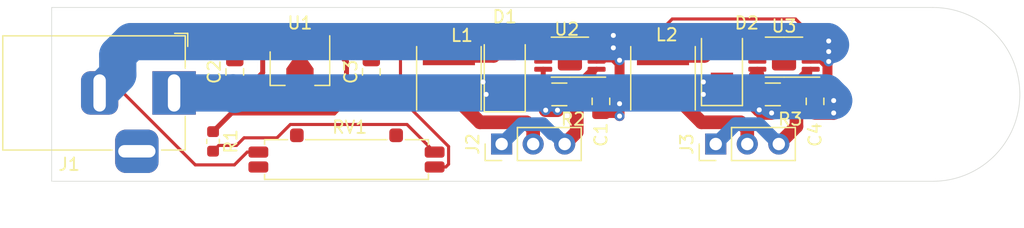
<source format=kicad_pcb>
(kicad_pcb (version 20171130) (host pcbnew 5.1.4-e60b266~84~ubuntu18.04.1)

  (general
    (thickness 1.6)
    (drawings 4)
    (tracks 190)
    (zones 0)
    (modules 19)
    (nets 12)
  )

  (page A4)
  (layers
    (0 F.Cu signal)
    (31 B.Cu signal)
    (32 B.Adhes user)
    (33 F.Adhes user)
    (34 B.Paste user)
    (35 F.Paste user)
    (36 B.SilkS user)
    (37 F.SilkS user)
    (38 B.Mask user)
    (39 F.Mask user)
    (40 Dwgs.User user)
    (41 Cmts.User user)
    (42 Eco1.User user)
    (43 Eco2.User user)
    (44 Edge.Cuts user)
    (45 Margin user)
    (46 B.CrtYd user)
    (47 F.CrtYd user)
    (48 B.Fab user)
    (49 F.Fab user)
  )

  (setup
    (last_trace_width 0.8)
    (user_trace_width 0.4)
    (user_trace_width 0.8)
    (user_trace_width 1.1)
    (user_trace_width 3)
    (trace_clearance 0.2)
    (zone_clearance 0.508)
    (zone_45_only no)
    (trace_min 0.2)
    (via_size 0.8)
    (via_drill 0.4)
    (via_min_size 0.4)
    (via_min_drill 0.3)
    (uvia_size 0.3)
    (uvia_drill 0.1)
    (uvias_allowed no)
    (uvia_min_size 0.2)
    (uvia_min_drill 0.1)
    (edge_width 0.05)
    (segment_width 0.2)
    (pcb_text_width 0.3)
    (pcb_text_size 1.5 1.5)
    (mod_edge_width 0.12)
    (mod_text_size 1 1)
    (mod_text_width 0.15)
    (pad_size 1.524 1.524)
    (pad_drill 0.762)
    (pad_to_mask_clearance 0.051)
    (solder_mask_min_width 0.25)
    (aux_axis_origin 0 0)
    (visible_elements FFFFFF7F)
    (pcbplotparams
      (layerselection 0x010fc_ffffffff)
      (usegerberextensions false)
      (usegerberattributes false)
      (usegerberadvancedattributes false)
      (creategerberjobfile false)
      (excludeedgelayer true)
      (linewidth 0.100000)
      (plotframeref false)
      (viasonmask false)
      (mode 1)
      (useauxorigin false)
      (hpglpennumber 1)
      (hpglpenspeed 20)
      (hpglpendiameter 15.000000)
      (psnegative false)
      (psa4output false)
      (plotreference true)
      (plotvalue true)
      (plotinvisibletext false)
      (padsonsilk false)
      (subtractmaskfromsilk false)
      (outputformat 1)
      (mirror false)
      (drillshape 1)
      (scaleselection 1)
      (outputdirectory ""))
  )

  (net 0 "")
  (net 1 GND)
  (net 2 "Net-(C1-Pad1)")
  (net 3 "Net-(C3-Pad1)")
  (net 4 "Net-(D1-Pad2)")
  (net 5 "Net-(D2-Pad2)")
  (net 6 "Net-(J2-Pad1)")
  (net 7 "Net-(J2-Pad2)")
  (net 8 "Net-(J3-Pad1)")
  (net 9 "Net-(J3-Pad2)")
  (net 10 "Net-(R1-Pad2)")
  (net 11 "Net-(RV1-Pad2)")

  (net_class Default "This is the default net class."
    (clearance 0.2)
    (trace_width 0.25)
    (via_dia 0.8)
    (via_drill 0.4)
    (uvia_dia 0.3)
    (uvia_drill 0.1)
    (add_net GND)
    (add_net "Net-(C1-Pad1)")
    (add_net "Net-(C3-Pad1)")
    (add_net "Net-(D1-Pad2)")
    (add_net "Net-(D2-Pad2)")
    (add_net "Net-(J2-Pad1)")
    (add_net "Net-(J2-Pad2)")
    (add_net "Net-(J3-Pad1)")
    (add_net "Net-(J3-Pad2)")
    (add_net "Net-(R1-Pad2)")
    (add_net "Net-(RV1-Pad2)")
  )

  (module Package_SO:MSOP-8-1EP_3x3mm_P0.65mm_EP1.95x2.15mm (layer F.Cu) (tedit 5C58BD28) (tstamp 5DDC1A37)
    (at 181.75 92 180)
    (descr "MSOP, 8 Pin (http://www.st.com/resource/en/datasheet/pm8834.pdf), generated with kicad-footprint-generator ipc_gullwing_generator.py")
    (tags "MSOP SO")
    (path /5DDDA085)
    (attr smd)
    (fp_text reference U2 (at 0.25 2.25) (layer F.SilkS)
      (effects (font (size 1 1) (thickness 0.15)))
    )
    (fp_text value AL8860MP-13 (at 0 2.45) (layer F.Fab)
      (effects (font (size 1 1) (thickness 0.15)))
    )
    (fp_text user %R (at 0 0) (layer F.Fab)
      (effects (font (size 0.75 0.75) (thickness 0.11)))
    )
    (fp_line (start 3.12 -1.75) (end -3.12 -1.75) (layer F.CrtYd) (width 0.05))
    (fp_line (start 3.12 1.75) (end 3.12 -1.75) (layer F.CrtYd) (width 0.05))
    (fp_line (start -3.12 1.75) (end 3.12 1.75) (layer F.CrtYd) (width 0.05))
    (fp_line (start -3.12 -1.75) (end -3.12 1.75) (layer F.CrtYd) (width 0.05))
    (fp_line (start -1.5 -0.75) (end -0.75 -1.5) (layer F.Fab) (width 0.1))
    (fp_line (start -1.5 1.5) (end -1.5 -0.75) (layer F.Fab) (width 0.1))
    (fp_line (start 1.5 1.5) (end -1.5 1.5) (layer F.Fab) (width 0.1))
    (fp_line (start 1.5 -1.5) (end 1.5 1.5) (layer F.Fab) (width 0.1))
    (fp_line (start -0.75 -1.5) (end 1.5 -1.5) (layer F.Fab) (width 0.1))
    (fp_line (start 0 -1.61) (end -2.875 -1.61) (layer F.SilkS) (width 0.12))
    (fp_line (start 0 -1.61) (end 1.5 -1.61) (layer F.SilkS) (width 0.12))
    (fp_line (start 0 1.61) (end -1.5 1.61) (layer F.SilkS) (width 0.12))
    (fp_line (start 0 1.61) (end 1.5 1.61) (layer F.SilkS) (width 0.12))
    (pad 8 smd roundrect (at 2.15 -0.975 180) (size 1.45 0.4) (layers F.Cu F.Paste F.Mask) (roundrect_rratio 0.25)
      (net 2 "Net-(C1-Pad1)"))
    (pad 7 smd roundrect (at 2.15 -0.325 180) (size 1.45 0.4) (layers F.Cu F.Paste F.Mask) (roundrect_rratio 0.25))
    (pad 6 smd roundrect (at 2.15 0.325 180) (size 1.45 0.4) (layers F.Cu F.Paste F.Mask) (roundrect_rratio 0.25)
      (net 4 "Net-(D1-Pad2)"))
    (pad 5 smd roundrect (at 2.15 0.975 180) (size 1.45 0.4) (layers F.Cu F.Paste F.Mask) (roundrect_rratio 0.25)
      (net 4 "Net-(D1-Pad2)"))
    (pad 4 smd roundrect (at -2.15 0.975 180) (size 1.45 0.4) (layers F.Cu F.Paste F.Mask) (roundrect_rratio 0.25)
      (net 11 "Net-(RV1-Pad2)"))
    (pad 3 smd roundrect (at -2.15 0.325 180) (size 1.45 0.4) (layers F.Cu F.Paste F.Mask) (roundrect_rratio 0.25)
      (net 1 GND))
    (pad 2 smd roundrect (at -2.15 -0.325 180) (size 1.45 0.4) (layers F.Cu F.Paste F.Mask) (roundrect_rratio 0.25)
      (net 1 GND))
    (pad 1 smd roundrect (at -2.15 -0.975 180) (size 1.45 0.4) (layers F.Cu F.Paste F.Mask) (roundrect_rratio 0.25)
      (net 6 "Net-(J2-Pad1)"))
    (pad "" smd roundrect (at 0.49 0.54 180) (size 0.79 0.87) (layers F.Paste) (roundrect_rratio 0.25))
    (pad "" smd roundrect (at 0.49 -0.54 180) (size 0.79 0.87) (layers F.Paste) (roundrect_rratio 0.25))
    (pad "" smd roundrect (at -0.49 0.54 180) (size 0.79 0.87) (layers F.Paste) (roundrect_rratio 0.25))
    (pad "" smd roundrect (at -0.49 -0.54 180) (size 0.79 0.87) (layers F.Paste) (roundrect_rratio 0.25))
    (pad 9 smd roundrect (at 0 0 180) (size 1.95 2.15) (layers F.Cu F.Mask) (roundrect_rratio 0.128205)
      (net 1 GND))
    (model ${KISYS3DMOD}/Package_SO.3dshapes/MSOP-8-1EP_3x3mm_P0.65mm_EP1.95x2.15mm.wrl
      (at (xyz 0 0 0))
      (scale (xyz 1 1 1))
      (rotate (xyz 0 0 0))
    )
  )

  (module Package_SO:MSOP-8-1EP_3x3mm_P0.65mm_EP1.95x2.15mm (layer F.Cu) (tedit 5C58BD28) (tstamp 5DDC3036)
    (at 199 92 180)
    (descr "MSOP, 8 Pin (http://www.st.com/resource/en/datasheet/pm8834.pdf), generated with kicad-footprint-generator ipc_gullwing_generator.py")
    (tags "MSOP SO")
    (path /5DDD9F63)
    (attr smd)
    (fp_text reference U3 (at 0 2.5) (layer F.SilkS)
      (effects (font (size 1 1) (thickness 0.15)))
    )
    (fp_text value AL8860MP-13 (at 0 2.45) (layer F.Fab)
      (effects (font (size 1 1) (thickness 0.15)))
    )
    (fp_text user %R (at 0 0 90) (layer F.Fab)
      (effects (font (size 0.75 0.75) (thickness 0.11)))
    )
    (fp_line (start 3.12 -1.75) (end -3.12 -1.75) (layer F.CrtYd) (width 0.05))
    (fp_line (start 3.12 1.75) (end 3.12 -1.75) (layer F.CrtYd) (width 0.05))
    (fp_line (start -3.12 1.75) (end 3.12 1.75) (layer F.CrtYd) (width 0.05))
    (fp_line (start -3.12 -1.75) (end -3.12 1.75) (layer F.CrtYd) (width 0.05))
    (fp_line (start -1.5 -0.75) (end -0.75 -1.5) (layer F.Fab) (width 0.1))
    (fp_line (start -1.5 1.5) (end -1.5 -0.75) (layer F.Fab) (width 0.1))
    (fp_line (start 1.5 1.5) (end -1.5 1.5) (layer F.Fab) (width 0.1))
    (fp_line (start 1.5 -1.5) (end 1.5 1.5) (layer F.Fab) (width 0.1))
    (fp_line (start -0.75 -1.5) (end 1.5 -1.5) (layer F.Fab) (width 0.1))
    (fp_line (start 0 -1.61) (end -2.875 -1.61) (layer F.SilkS) (width 0.12))
    (fp_line (start 0 -1.61) (end 1.5 -1.61) (layer F.SilkS) (width 0.12))
    (fp_line (start 0 1.61) (end -1.5 1.61) (layer F.SilkS) (width 0.12))
    (fp_line (start 0 1.61) (end 1.5 1.61) (layer F.SilkS) (width 0.12))
    (pad 8 smd roundrect (at 2.15 -0.975 180) (size 1.45 0.4) (layers F.Cu F.Paste F.Mask) (roundrect_rratio 0.25)
      (net 2 "Net-(C1-Pad1)"))
    (pad 7 smd roundrect (at 2.15 -0.325 180) (size 1.45 0.4) (layers F.Cu F.Paste F.Mask) (roundrect_rratio 0.25))
    (pad 6 smd roundrect (at 2.15 0.325 180) (size 1.45 0.4) (layers F.Cu F.Paste F.Mask) (roundrect_rratio 0.25)
      (net 5 "Net-(D2-Pad2)"))
    (pad 5 smd roundrect (at 2.15 0.975 180) (size 1.45 0.4) (layers F.Cu F.Paste F.Mask) (roundrect_rratio 0.25)
      (net 5 "Net-(D2-Pad2)"))
    (pad 4 smd roundrect (at -2.15 0.975 180) (size 1.45 0.4) (layers F.Cu F.Paste F.Mask) (roundrect_rratio 0.25)
      (net 11 "Net-(RV1-Pad2)"))
    (pad 3 smd roundrect (at -2.15 0.325 180) (size 1.45 0.4) (layers F.Cu F.Paste F.Mask) (roundrect_rratio 0.25)
      (net 1 GND))
    (pad 2 smd roundrect (at -2.15 -0.325 180) (size 1.45 0.4) (layers F.Cu F.Paste F.Mask) (roundrect_rratio 0.25)
      (net 1 GND))
    (pad 1 smd roundrect (at -2.15 -0.975 180) (size 1.45 0.4) (layers F.Cu F.Paste F.Mask) (roundrect_rratio 0.25)
      (net 8 "Net-(J3-Pad1)"))
    (pad "" smd roundrect (at 0.49 0.54 180) (size 0.79 0.87) (layers F.Paste) (roundrect_rratio 0.25))
    (pad "" smd roundrect (at 0.49 -0.54 180) (size 0.79 0.87) (layers F.Paste) (roundrect_rratio 0.25))
    (pad "" smd roundrect (at -0.49 0.54 180) (size 0.79 0.87) (layers F.Paste) (roundrect_rratio 0.25))
    (pad "" smd roundrect (at -0.49 -0.54 180) (size 0.79 0.87) (layers F.Paste) (roundrect_rratio 0.25))
    (pad 9 smd roundrect (at 0 0 180) (size 1.95 2.15) (layers F.Cu F.Mask) (roundrect_rratio 0.128205)
      (net 1 GND))
    (model ${KISYS3DMOD}/Package_SO.3dshapes/MSOP-8-1EP_3x3mm_P0.65mm_EP1.95x2.15mm.wrl
      (at (xyz 0 0 0))
      (scale (xyz 1 1 1))
      (rotate (xyz 0 0 0))
    )
  )

  (module Package_TO_SOT_SMD:SOT-89-3 (layer F.Cu) (tedit 5A02FF57) (tstamp 5DDAF02A)
    (at 160 92.5 270)
    (descr SOT-89-3)
    (tags SOT-89-3)
    (path /5DDCF72B)
    (attr smd)
    (fp_text reference U1 (at -3.25 0 180) (layer F.SilkS)
      (effects (font (size 1 1) (thickness 0.15)))
    )
    (fp_text value L78L33_SOT89 (at 0.45 3.25 90) (layer F.Fab)
      (effects (font (size 1 1) (thickness 0.15)))
    )
    (fp_line (start -2.48 2.55) (end -2.48 -2.55) (layer F.CrtYd) (width 0.05))
    (fp_line (start -2.48 2.55) (end 3.23 2.55) (layer F.CrtYd) (width 0.05))
    (fp_line (start 3.23 -2.55) (end -2.48 -2.55) (layer F.CrtYd) (width 0.05))
    (fp_line (start 3.23 -2.55) (end 3.23 2.55) (layer F.CrtYd) (width 0.05))
    (fp_line (start -0.13 -2.3) (end 1.68 -2.3) (layer F.Fab) (width 0.1))
    (fp_line (start -0.92 2.3) (end -0.92 -1.51) (layer F.Fab) (width 0.1))
    (fp_line (start 1.68 2.3) (end -0.92 2.3) (layer F.Fab) (width 0.1))
    (fp_line (start 1.68 -2.3) (end 1.68 2.3) (layer F.Fab) (width 0.1))
    (fp_line (start -0.92 -1.51) (end -0.13 -2.3) (layer F.Fab) (width 0.1))
    (fp_line (start 1.78 -2.4) (end 1.78 -1.2) (layer F.SilkS) (width 0.12))
    (fp_line (start -2.22 -2.4) (end 1.78 -2.4) (layer F.SilkS) (width 0.12))
    (fp_line (start 1.78 2.4) (end -0.92 2.4) (layer F.SilkS) (width 0.12))
    (fp_line (start 1.78 1.2) (end 1.78 2.4) (layer F.SilkS) (width 0.12))
    (fp_text user %R (at 0.38 0) (layer F.Fab)
      (effects (font (size 0.6 0.6) (thickness 0.09)))
    )
    (pad 2 smd trapezoid (at -0.0762 0) (size 1.5 1) (rect_delta 0 0.7 ) (layers F.Cu F.Paste F.Mask)
      (net 1 GND))
    (pad 2 smd rect (at 1.3335 0 180) (size 2.2 1.84) (layers F.Cu F.Paste F.Mask)
      (net 1 GND))
    (pad 3 smd rect (at -1.48 1.5 180) (size 1 1.5) (layers F.Cu F.Paste F.Mask)
      (net 2 "Net-(C1-Pad1)"))
    (pad 2 smd rect (at -1.3335 0 180) (size 1 1.8) (layers F.Cu F.Paste F.Mask)
      (net 1 GND))
    (pad 1 smd rect (at -1.48 -1.5 180) (size 1 1.5) (layers F.Cu F.Paste F.Mask)
      (net 3 "Net-(C3-Pad1)"))
    (pad 2 smd trapezoid (at 2.667 0 180) (size 1.6 0.85) (rect_delta 0 0.6 ) (layers F.Cu F.Paste F.Mask)
      (net 1 GND))
    (model ${KISYS3DMOD}/Package_TO_SOT_SMD.3dshapes/SOT-89-3.wrl
      (at (xyz 0 0 0))
      (scale (xyz 1 1 1))
      (rotate (xyz 0 0 0))
    )
  )

  (module Inductor_SMD:L_Taiyo-Yuden_MD-5050 (layer F.Cu) (tedit 5990349C) (tstamp 5DDC30B2)
    (at 189.25 93.7 90)
    (descr "Inductor, Taiyo Yuden, MD series, Taiyo-Yuden_MD-5050, 5.0mmx5.0mm")
    (tags "inductor taiyo-yuden md smd")
    (path /5DDA2AAD)
    (attr smd)
    (fp_text reference L2 (at 3.5 0.3 180) (layer F.SilkS)
      (effects (font (size 1 1) (thickness 0.15)))
    )
    (fp_text value L (at 0 4.45 90) (layer F.Fab)
      (effects (font (size 1 1) (thickness 0.15)))
    )
    (fp_line (start 2.8 -2.75) (end -2.8 -2.75) (layer F.CrtYd) (width 0.05))
    (fp_line (start 2.8 2.75) (end 2.8 -2.75) (layer F.CrtYd) (width 0.05))
    (fp_line (start -2.8 2.75) (end 2.8 2.75) (layer F.CrtYd) (width 0.05))
    (fp_line (start -2.8 -2.75) (end -2.8 2.75) (layer F.CrtYd) (width 0.05))
    (fp_line (start -2.55 2.6) (end 2.55 2.6) (layer F.SilkS) (width 0.12))
    (fp_line (start -2.55 -2.6) (end 2.55 -2.6) (layer F.SilkS) (width 0.12))
    (fp_line (start 2.5 -2.5) (end -2.5 -2.5) (layer F.Fab) (width 0.1))
    (fp_line (start 2.5 2.5) (end 2.5 -2.5) (layer F.Fab) (width 0.1))
    (fp_line (start -2.5 2.5) (end 2.5 2.5) (layer F.Fab) (width 0.1))
    (fp_line (start -2.5 -2.5) (end -2.5 2.5) (layer F.Fab) (width 0.1))
    (fp_text user %R (at 0 0 90) (layer F.Fab)
      (effects (font (size 1 1) (thickness 0.15)))
    )
    (pad 2 smd rect (at 1.8 0 90) (size 1.5 4.2) (layers F.Cu F.Paste F.Mask)
      (net 5 "Net-(D2-Pad2)"))
    (pad 1 smd rect (at -1.8 0 90) (size 1.5 4.2) (layers F.Cu F.Paste F.Mask)
      (net 9 "Net-(J3-Pad2)"))
    (model ${KISYS3DMOD}/Inductor_SMD.3dshapes/L_Taiyo-Yuden_MD-5050.wrl
      (at (xyz 0 0 0))
      (scale (xyz 1 1 1))
      (rotate (xyz 0 0 0))
    )
  )

  (module Inductor_SMD:L_Taiyo-Yuden_MD-5050 (layer F.Cu) (tedit 5990349C) (tstamp 5DDC1F37)
    (at 172 93.7 90)
    (descr "Inductor, Taiyo Yuden, MD series, Taiyo-Yuden_MD-5050, 5.0mmx5.0mm")
    (tags "inductor taiyo-yuden md smd")
    (path /5DD9ACFF)
    (attr smd)
    (fp_text reference L1 (at 3.45 1.05 180) (layer F.SilkS)
      (effects (font (size 1 1) (thickness 0.15)))
    )
    (fp_text value L (at 0 4.45 90) (layer F.Fab)
      (effects (font (size 1 1) (thickness 0.15)))
    )
    (fp_line (start 2.8 -2.75) (end -2.8 -2.75) (layer F.CrtYd) (width 0.05))
    (fp_line (start 2.8 2.75) (end 2.8 -2.75) (layer F.CrtYd) (width 0.05))
    (fp_line (start -2.8 2.75) (end 2.8 2.75) (layer F.CrtYd) (width 0.05))
    (fp_line (start -2.8 -2.75) (end -2.8 2.75) (layer F.CrtYd) (width 0.05))
    (fp_line (start -2.55 2.6) (end 2.55 2.6) (layer F.SilkS) (width 0.12))
    (fp_line (start -2.55 -2.6) (end 2.55 -2.6) (layer F.SilkS) (width 0.12))
    (fp_line (start 2.5 -2.5) (end -2.5 -2.5) (layer F.Fab) (width 0.1))
    (fp_line (start 2.5 2.5) (end 2.5 -2.5) (layer F.Fab) (width 0.1))
    (fp_line (start -2.5 2.5) (end 2.5 2.5) (layer F.Fab) (width 0.1))
    (fp_line (start -2.5 -2.5) (end -2.5 2.5) (layer F.Fab) (width 0.1))
    (fp_text user %R (at 0 0 90) (layer F.Fab)
      (effects (font (size 1 1) (thickness 0.15)))
    )
    (pad 2 smd rect (at 1.8 0 90) (size 1.5 4.2) (layers F.Cu F.Paste F.Mask)
      (net 4 "Net-(D1-Pad2)"))
    (pad 1 smd rect (at -1.8 0 90) (size 1.5 4.2) (layers F.Cu F.Paste F.Mask)
      (net 7 "Net-(J2-Pad2)"))
    (model ${KISYS3DMOD}/Inductor_SMD.3dshapes/L_Taiyo-Yuden_MD-5050.wrl
      (at (xyz 0 0 0))
      (scale (xyz 1 1 1))
      (rotate (xyz 0 0 0))
    )
  )

  (module Capacitor_SMD:C_0805_2012Metric (layer F.Cu) (tedit 5B36C52B) (tstamp 5DD9DF21)
    (at 154.75 93.1875 90)
    (descr "Capacitor SMD 0805 (2012 Metric), square (rectangular) end terminal, IPC_7351 nominal, (Body size source: https://docs.google.com/spreadsheets/d/1BsfQQcO9C6DZCsRaXUlFlo91Tg2WpOkGARC1WS5S8t0/edit?usp=sharing), generated with kicad-footprint-generator")
    (tags capacitor)
    (path /5DD9EF5F)
    (attr smd)
    (fp_text reference C2 (at 0 -1.65 90) (layer F.SilkS)
      (effects (font (size 1 1) (thickness 0.15)))
    )
    (fp_text value C (at 0 1.65 90) (layer F.Fab)
      (effects (font (size 1 1) (thickness 0.15)))
    )
    (fp_text user %R (at 0 0 90) (layer F.Fab)
      (effects (font (size 0.5 0.5) (thickness 0.08)))
    )
    (fp_line (start 1.68 0.95) (end -1.68 0.95) (layer F.CrtYd) (width 0.05))
    (fp_line (start 1.68 -0.95) (end 1.68 0.95) (layer F.CrtYd) (width 0.05))
    (fp_line (start -1.68 -0.95) (end 1.68 -0.95) (layer F.CrtYd) (width 0.05))
    (fp_line (start -1.68 0.95) (end -1.68 -0.95) (layer F.CrtYd) (width 0.05))
    (fp_line (start -0.258578 0.71) (end 0.258578 0.71) (layer F.SilkS) (width 0.12))
    (fp_line (start -0.258578 -0.71) (end 0.258578 -0.71) (layer F.SilkS) (width 0.12))
    (fp_line (start 1 0.6) (end -1 0.6) (layer F.Fab) (width 0.1))
    (fp_line (start 1 -0.6) (end 1 0.6) (layer F.Fab) (width 0.1))
    (fp_line (start -1 -0.6) (end 1 -0.6) (layer F.Fab) (width 0.1))
    (fp_line (start -1 0.6) (end -1 -0.6) (layer F.Fab) (width 0.1))
    (pad 2 smd roundrect (at 0.9375 0 90) (size 0.975 1.4) (layers F.Cu F.Paste F.Mask) (roundrect_rratio 0.25)
      (net 1 GND))
    (pad 1 smd roundrect (at -0.9375 0 90) (size 0.975 1.4) (layers F.Cu F.Paste F.Mask) (roundrect_rratio 0.25)
      (net 2 "Net-(C1-Pad1)"))
    (model ${KISYS3DMOD}/Capacitor_SMD.3dshapes/C_0805_2012Metric.wrl
      (at (xyz 0 0 0))
      (scale (xyz 1 1 1))
      (rotate (xyz 0 0 0))
    )
  )

  (module MountingHole:MountingHole_5mm (layer F.Cu) (tedit 56D1B4CB) (tstamp 5DD9C6E1)
    (at 211 95)
    (descr "Mounting Hole 5mm, no annular")
    (tags "mounting hole 5mm no annular")
    (attr virtual)
    (fp_text reference REF** (at 0 -6) (layer F.SilkS) hide
      (effects (font (size 1 1) (thickness 0.15)))
    )
    (fp_text value MountingHole_5mm (at 0 6) (layer F.Fab)
      (effects (font (size 1 1) (thickness 0.15)))
    )
    (fp_circle (center 0 0) (end 5.25 0) (layer F.CrtYd) (width 0.05))
    (fp_circle (center 0 0) (end 5 0) (layer Cmts.User) (width 0.15))
    (fp_text user %R (at 0.3 0) (layer F.Fab)
      (effects (font (size 1 1) (thickness 0.15)))
    )
    (pad 1 np_thru_hole circle (at 0 0) (size 5 5) (drill 5) (layers *.Cu *.Mask))
  )

  (module Capacitor_SMD:C_0805_2012Metric (layer F.Cu) (tedit 5B36C52B) (tstamp 5DDC2682)
    (at 184.25 95.5625 90)
    (descr "Capacitor SMD 0805 (2012 Metric), square (rectangular) end terminal, IPC_7351 nominal, (Body size source: https://docs.google.com/spreadsheets/d/1BsfQQcO9C6DZCsRaXUlFlo91Tg2WpOkGARC1WS5S8t0/edit?usp=sharing), generated with kicad-footprint-generator")
    (tags capacitor)
    (path /5DD9F4FB)
    (attr smd)
    (fp_text reference C1 (at -2.6875 0 90) (layer F.SilkS)
      (effects (font (size 1 1) (thickness 0.15)))
    )
    (fp_text value C (at 0 1.65 90) (layer F.Fab)
      (effects (font (size 1 1) (thickness 0.15)))
    )
    (fp_text user %R (at 0 0 90) (layer F.Fab)
      (effects (font (size 0.5 0.5) (thickness 0.08)))
    )
    (fp_line (start 1.68 0.95) (end -1.68 0.95) (layer F.CrtYd) (width 0.05))
    (fp_line (start 1.68 -0.95) (end 1.68 0.95) (layer F.CrtYd) (width 0.05))
    (fp_line (start -1.68 -0.95) (end 1.68 -0.95) (layer F.CrtYd) (width 0.05))
    (fp_line (start -1.68 0.95) (end -1.68 -0.95) (layer F.CrtYd) (width 0.05))
    (fp_line (start -0.258578 0.71) (end 0.258578 0.71) (layer F.SilkS) (width 0.12))
    (fp_line (start -0.258578 -0.71) (end 0.258578 -0.71) (layer F.SilkS) (width 0.12))
    (fp_line (start 1 0.6) (end -1 0.6) (layer F.Fab) (width 0.1))
    (fp_line (start 1 -0.6) (end 1 0.6) (layer F.Fab) (width 0.1))
    (fp_line (start -1 -0.6) (end 1 -0.6) (layer F.Fab) (width 0.1))
    (fp_line (start -1 0.6) (end -1 -0.6) (layer F.Fab) (width 0.1))
    (pad 2 smd roundrect (at 0.9375 0 90) (size 0.975 1.4) (layers F.Cu F.Paste F.Mask) (roundrect_rratio 0.25)
      (net 1 GND))
    (pad 1 smd roundrect (at -0.9375 0 90) (size 0.975 1.4) (layers F.Cu F.Paste F.Mask) (roundrect_rratio 0.25)
      (net 2 "Net-(C1-Pad1)"))
    (model ${KISYS3DMOD}/Capacitor_SMD.3dshapes/C_0805_2012Metric.wrl
      (at (xyz 0 0 0))
      (scale (xyz 1 1 1))
      (rotate (xyz 0 0 0))
    )
  )

  (module Capacitor_SMD:C_0805_2012Metric (layer F.Cu) (tedit 5B36C52B) (tstamp 5DDC3082)
    (at 201.5 95.5625 90)
    (descr "Capacitor SMD 0805 (2012 Metric), square (rectangular) end terminal, IPC_7351 nominal, (Body size source: https://docs.google.com/spreadsheets/d/1BsfQQcO9C6DZCsRaXUlFlo91Tg2WpOkGARC1WS5S8t0/edit?usp=sharing), generated with kicad-footprint-generator")
    (tags capacitor)
    (path /5DDB3C68)
    (attr smd)
    (fp_text reference C4 (at -2.6875 0 90) (layer F.SilkS)
      (effects (font (size 1 1) (thickness 0.15)))
    )
    (fp_text value C (at 0 1.65 90) (layer F.Fab)
      (effects (font (size 1 1) (thickness 0.15)))
    )
    (fp_text user %R (at 0 0 90) (layer F.Fab)
      (effects (font (size 0.5 0.5) (thickness 0.08)))
    )
    (fp_line (start 1.68 0.95) (end -1.68 0.95) (layer F.CrtYd) (width 0.05))
    (fp_line (start 1.68 -0.95) (end 1.68 0.95) (layer F.CrtYd) (width 0.05))
    (fp_line (start -1.68 -0.95) (end 1.68 -0.95) (layer F.CrtYd) (width 0.05))
    (fp_line (start -1.68 0.95) (end -1.68 -0.95) (layer F.CrtYd) (width 0.05))
    (fp_line (start -0.258578 0.71) (end 0.258578 0.71) (layer F.SilkS) (width 0.12))
    (fp_line (start -0.258578 -0.71) (end 0.258578 -0.71) (layer F.SilkS) (width 0.12))
    (fp_line (start 1 0.6) (end -1 0.6) (layer F.Fab) (width 0.1))
    (fp_line (start 1 -0.6) (end 1 0.6) (layer F.Fab) (width 0.1))
    (fp_line (start -1 -0.6) (end 1 -0.6) (layer F.Fab) (width 0.1))
    (fp_line (start -1 0.6) (end -1 -0.6) (layer F.Fab) (width 0.1))
    (pad 2 smd roundrect (at 0.9375 0 90) (size 0.975 1.4) (layers F.Cu F.Paste F.Mask) (roundrect_rratio 0.25)
      (net 1 GND))
    (pad 1 smd roundrect (at -0.9375 0 90) (size 0.975 1.4) (layers F.Cu F.Paste F.Mask) (roundrect_rratio 0.25)
      (net 2 "Net-(C1-Pad1)"))
    (model ${KISYS3DMOD}/Capacitor_SMD.3dshapes/C_0805_2012Metric.wrl
      (at (xyz 0 0 0))
      (scale (xyz 1 1 1))
      (rotate (xyz 0 0 0))
    )
  )

  (module corelib:ALPS-RS08U (layer F.Cu) (tedit 5D18DFD7) (tstamp 5DD9A0E4)
    (at 163.75 100.25 180)
    (path /5DD9E0B1)
    (fp_text reference RV1 (at -0.25 2.6) (layer F.SilkS)
      (effects (font (size 1 1) (thickness 0.15)))
    )
    (fp_text value R_POT (at -0.4 -2.55) (layer F.Fab)
      (effects (font (size 1 1) (thickness 0.15)))
    )
    (fp_line (start -6.6 1.6) (end -6.6 1.2) (layer F.SilkS) (width 0.12))
    (fp_line (start -4.75 1.6) (end -6.6 1.6) (layer F.SilkS) (width 0.12))
    (fp_line (start 3.3 1.6) (end -3.25 1.6) (layer F.SilkS) (width 0.12))
    (fp_line (start 6.6 1.6) (end 4.75 1.6) (layer F.SilkS) (width 0.12))
    (fp_line (start 6.6 1.2) (end 6.6 1.6) (layer F.SilkS) (width 0.12))
    (fp_line (start 6.6 -1.6) (end 6.6 -1.2) (layer F.SilkS) (width 0.12))
    (fp_line (start -6.6 -1.6) (end 6.6 -1.6) (layer F.SilkS) (width 0.12))
    (fp_line (start -6.6 -1.15) (end -6.6 -1.6) (layer F.SilkS) (width 0.12))
    (pad "" smd roundrect (at 4 1.95 180) (size 1.1 1.1) (layers F.Cu F.Paste F.Mask) (roundrect_rratio 0.25))
    (pad "" smd roundrect (at -4 1.95 180) (size 1.1 1.1) (layers F.Cu F.Paste F.Mask) (roundrect_rratio 0.25))
    (pad "" smd roundrect (at 7.1 -0.6 180) (size 1.6 0.9) (layers F.Cu F.Paste F.Mask) (roundrect_rratio 0.25))
    (pad 3 smd roundrect (at 7.1 0.6 180) (size 1.6 0.9) (layers F.Cu F.Paste F.Mask) (roundrect_rratio 0.25)
      (net 1 GND))
    (pad 2 smd roundrect (at -7.1 -0.6 180) (size 1.6 0.9) (layers F.Cu F.Paste F.Mask) (roundrect_rratio 0.25)
      (net 11 "Net-(RV1-Pad2)"))
    (pad 1 smd roundrect (at -7.1 0.6 180) (size 1.6 0.9) (layers F.Cu F.Paste F.Mask) (roundrect_rratio 0.25)
      (net 10 "Net-(R1-Pad2)"))
    (pad "" np_thru_hole circle (at -4 0 180) (size 0.9 0.9) (drill 0.9) (layers *.Cu *.Mask))
    (pad "" np_thru_hole circle (at 0 0 180) (size 1.1 1.1) (drill 1.1) (layers *.Cu *.Mask))
  )

  (module Resistor_SMD:R_1206_3216Metric (layer F.Cu) (tedit 5B301BBD) (tstamp 5DDC3127)
    (at 198.1 95)
    (descr "Resistor SMD 1206 (3216 Metric), square (rectangular) end terminal, IPC_7351 nominal, (Body size source: http://www.tortai-tech.com/upload/download/2011102023233369053.pdf), generated with kicad-footprint-generator")
    (tags resistor)
    (path /5DDA260C)
    (attr smd)
    (fp_text reference R3 (at 1.4 2) (layer F.SilkS)
      (effects (font (size 1 1) (thickness 0.15)))
    )
    (fp_text value R (at 0 1.82) (layer F.Fab)
      (effects (font (size 1 1) (thickness 0.15)))
    )
    (fp_text user %R (at 0 0) (layer F.Fab)
      (effects (font (size 0.8 0.8) (thickness 0.12)))
    )
    (fp_line (start 2.28 1.12) (end -2.28 1.12) (layer F.CrtYd) (width 0.05))
    (fp_line (start 2.28 -1.12) (end 2.28 1.12) (layer F.CrtYd) (width 0.05))
    (fp_line (start -2.28 -1.12) (end 2.28 -1.12) (layer F.CrtYd) (width 0.05))
    (fp_line (start -2.28 1.12) (end -2.28 -1.12) (layer F.CrtYd) (width 0.05))
    (fp_line (start -0.602064 0.91) (end 0.602064 0.91) (layer F.SilkS) (width 0.12))
    (fp_line (start -0.602064 -0.91) (end 0.602064 -0.91) (layer F.SilkS) (width 0.12))
    (fp_line (start 1.6 0.8) (end -1.6 0.8) (layer F.Fab) (width 0.1))
    (fp_line (start 1.6 -0.8) (end 1.6 0.8) (layer F.Fab) (width 0.1))
    (fp_line (start -1.6 -0.8) (end 1.6 -0.8) (layer F.Fab) (width 0.1))
    (fp_line (start -1.6 0.8) (end -1.6 -0.8) (layer F.Fab) (width 0.1))
    (pad 2 smd roundrect (at 1.4 0) (size 1.25 1.75) (layers F.Cu F.Paste F.Mask) (roundrect_rratio 0.2)
      (net 8 "Net-(J3-Pad1)"))
    (pad 1 smd roundrect (at -1.4 0) (size 1.25 1.75) (layers F.Cu F.Paste F.Mask) (roundrect_rratio 0.2)
      (net 2 "Net-(C1-Pad1)"))
    (model ${KISYS3DMOD}/Resistor_SMD.3dshapes/R_1206_3216Metric.wrl
      (at (xyz 0 0 0))
      (scale (xyz 1 1 1))
      (rotate (xyz 0 0 0))
    )
  )

  (module Resistor_SMD:R_1206_3216Metric (layer F.Cu) (tedit 5B301BBD) (tstamp 5DDC197B)
    (at 180.9 95)
    (descr "Resistor SMD 1206 (3216 Metric), square (rectangular) end terminal, IPC_7351 nominal, (Body size source: http://www.tortai-tech.com/upload/download/2011102023233369053.pdf), generated with kicad-footprint-generator")
    (tags resistor)
    (path /5DD9946A)
    (attr smd)
    (fp_text reference R2 (at 1.1 2) (layer F.SilkS)
      (effects (font (size 1 1) (thickness 0.15)))
    )
    (fp_text value R (at 0 1.82) (layer F.Fab)
      (effects (font (size 1 1) (thickness 0.15)))
    )
    (fp_text user %R (at 0 0) (layer F.Fab)
      (effects (font (size 0.8 0.8) (thickness 0.12)))
    )
    (fp_line (start 2.28 1.12) (end -2.28 1.12) (layer F.CrtYd) (width 0.05))
    (fp_line (start 2.28 -1.12) (end 2.28 1.12) (layer F.CrtYd) (width 0.05))
    (fp_line (start -2.28 -1.12) (end 2.28 -1.12) (layer F.CrtYd) (width 0.05))
    (fp_line (start -2.28 1.12) (end -2.28 -1.12) (layer F.CrtYd) (width 0.05))
    (fp_line (start -0.602064 0.91) (end 0.602064 0.91) (layer F.SilkS) (width 0.12))
    (fp_line (start -0.602064 -0.91) (end 0.602064 -0.91) (layer F.SilkS) (width 0.12))
    (fp_line (start 1.6 0.8) (end -1.6 0.8) (layer F.Fab) (width 0.1))
    (fp_line (start 1.6 -0.8) (end 1.6 0.8) (layer F.Fab) (width 0.1))
    (fp_line (start -1.6 -0.8) (end 1.6 -0.8) (layer F.Fab) (width 0.1))
    (fp_line (start -1.6 0.8) (end -1.6 -0.8) (layer F.Fab) (width 0.1))
    (pad 2 smd roundrect (at 1.4 0) (size 1.25 1.75) (layers F.Cu F.Paste F.Mask) (roundrect_rratio 0.2)
      (net 6 "Net-(J2-Pad1)"))
    (pad 1 smd roundrect (at -1.4 0) (size 1.25 1.75) (layers F.Cu F.Paste F.Mask) (roundrect_rratio 0.2)
      (net 2 "Net-(C1-Pad1)"))
    (model ${KISYS3DMOD}/Resistor_SMD.3dshapes/R_1206_3216Metric.wrl
      (at (xyz 0 0 0))
      (scale (xyz 1 1 1))
      (rotate (xyz 0 0 0))
    )
  )

  (module Resistor_SMD:R_0603_1608Metric (layer F.Cu) (tedit 5B301BBD) (tstamp 5DD9DD1D)
    (at 153 98.7875 270)
    (descr "Resistor SMD 0603 (1608 Metric), square (rectangular) end terminal, IPC_7351 nominal, (Body size source: http://www.tortai-tech.com/upload/download/2011102023233369053.pdf), generated with kicad-footprint-generator")
    (tags resistor)
    (path /5DD9EAC7)
    (attr smd)
    (fp_text reference R1 (at 0 -1.43 90) (layer F.SilkS)
      (effects (font (size 1 1) (thickness 0.15)))
    )
    (fp_text value R (at 0 1.43 90) (layer F.Fab)
      (effects (font (size 1 1) (thickness 0.15)))
    )
    (fp_text user %R (at 0 0 90) (layer F.Fab)
      (effects (font (size 0.4 0.4) (thickness 0.06)))
    )
    (fp_line (start 1.48 0.73) (end -1.48 0.73) (layer F.CrtYd) (width 0.05))
    (fp_line (start 1.48 -0.73) (end 1.48 0.73) (layer F.CrtYd) (width 0.05))
    (fp_line (start -1.48 -0.73) (end 1.48 -0.73) (layer F.CrtYd) (width 0.05))
    (fp_line (start -1.48 0.73) (end -1.48 -0.73) (layer F.CrtYd) (width 0.05))
    (fp_line (start -0.162779 0.51) (end 0.162779 0.51) (layer F.SilkS) (width 0.12))
    (fp_line (start -0.162779 -0.51) (end 0.162779 -0.51) (layer F.SilkS) (width 0.12))
    (fp_line (start 0.8 0.4) (end -0.8 0.4) (layer F.Fab) (width 0.1))
    (fp_line (start 0.8 -0.4) (end 0.8 0.4) (layer F.Fab) (width 0.1))
    (fp_line (start -0.8 -0.4) (end 0.8 -0.4) (layer F.Fab) (width 0.1))
    (fp_line (start -0.8 0.4) (end -0.8 -0.4) (layer F.Fab) (width 0.1))
    (pad 2 smd roundrect (at 0.7875 0 270) (size 0.875 0.95) (layers F.Cu F.Paste F.Mask) (roundrect_rratio 0.25)
      (net 10 "Net-(R1-Pad2)"))
    (pad 1 smd roundrect (at -0.7875 0 270) (size 0.875 0.95) (layers F.Cu F.Paste F.Mask) (roundrect_rratio 0.25)
      (net 3 "Net-(C3-Pad1)"))
    (model ${KISYS3DMOD}/Resistor_SMD.3dshapes/R_0603_1608Metric.wrl
      (at (xyz 0 0 0))
      (scale (xyz 1 1 1))
      (rotate (xyz 0 0 0))
    )
  )

  (module Connector_PinHeader_2.54mm:PinHeader_1x03_P2.54mm_Vertical (layer F.Cu) (tedit 59FED5CC) (tstamp 5DDC315D)
    (at 193.5 99 90)
    (descr "Through hole straight pin header, 1x03, 2.54mm pitch, single row")
    (tags "Through hole pin header THT 1x03 2.54mm single row")
    (path /5DDA5D61)
    (fp_text reference J3 (at 0 -2.33 90) (layer F.SilkS)
      (effects (font (size 1 1) (thickness 0.15)))
    )
    (fp_text value Conn_01x03_Male (at 0 7.41 90) (layer F.Fab)
      (effects (font (size 1 1) (thickness 0.15)))
    )
    (fp_text user %R (at 0 2.54) (layer F.Fab)
      (effects (font (size 1 1) (thickness 0.15)))
    )
    (fp_line (start 1.8 -1.8) (end -1.8 -1.8) (layer F.CrtYd) (width 0.05))
    (fp_line (start 1.8 6.85) (end 1.8 -1.8) (layer F.CrtYd) (width 0.05))
    (fp_line (start -1.8 6.85) (end 1.8 6.85) (layer F.CrtYd) (width 0.05))
    (fp_line (start -1.8 -1.8) (end -1.8 6.85) (layer F.CrtYd) (width 0.05))
    (fp_line (start -1.33 -1.33) (end 0 -1.33) (layer F.SilkS) (width 0.12))
    (fp_line (start -1.33 0) (end -1.33 -1.33) (layer F.SilkS) (width 0.12))
    (fp_line (start -1.33 1.27) (end 1.33 1.27) (layer F.SilkS) (width 0.12))
    (fp_line (start 1.33 1.27) (end 1.33 6.41) (layer F.SilkS) (width 0.12))
    (fp_line (start -1.33 1.27) (end -1.33 6.41) (layer F.SilkS) (width 0.12))
    (fp_line (start -1.33 6.41) (end 1.33 6.41) (layer F.SilkS) (width 0.12))
    (fp_line (start -1.27 -0.635) (end -0.635 -1.27) (layer F.Fab) (width 0.1))
    (fp_line (start -1.27 6.35) (end -1.27 -0.635) (layer F.Fab) (width 0.1))
    (fp_line (start 1.27 6.35) (end -1.27 6.35) (layer F.Fab) (width 0.1))
    (fp_line (start 1.27 -1.27) (end 1.27 6.35) (layer F.Fab) (width 0.1))
    (fp_line (start -0.635 -1.27) (end 1.27 -1.27) (layer F.Fab) (width 0.1))
    (pad 3 thru_hole oval (at 0 5.08 90) (size 1.7 1.7) (drill 1) (layers *.Cu *.Mask)
      (net 8 "Net-(J3-Pad1)"))
    (pad 2 thru_hole oval (at 0 2.54 90) (size 1.7 1.7) (drill 1) (layers *.Cu *.Mask)
      (net 9 "Net-(J3-Pad2)"))
    (pad 1 thru_hole rect (at 0 0 90) (size 1.7 1.7) (drill 1) (layers *.Cu *.Mask)
      (net 8 "Net-(J3-Pad1)"))
    (model ${KISYS3DMOD}/Connector_PinHeader_2.54mm.3dshapes/PinHeader_1x03_P2.54mm_Vertical.wrl
      (at (xyz 0 0 0))
      (scale (xyz 1 1 1))
      (rotate (xyz 0 0 0))
    )
  )

  (module Connector_PinHeader_2.54mm:PinHeader_1x03_P2.54mm_Vertical (layer F.Cu) (tedit 59FED5CC) (tstamp 5DD9DFD2)
    (at 176.25 99 90)
    (descr "Through hole straight pin header, 1x03, 2.54mm pitch, single row")
    (tags "Through hole pin header THT 1x03 2.54mm single row")
    (path /5DDA5897)
    (fp_text reference J2 (at 0 -2.33 90) (layer F.SilkS)
      (effects (font (size 1 1) (thickness 0.15)))
    )
    (fp_text value Conn_01x03_Male (at 0 7.41 90) (layer F.Fab)
      (effects (font (size 1 1) (thickness 0.15)))
    )
    (fp_text user %R (at 0 2.54) (layer F.Fab)
      (effects (font (size 1 1) (thickness 0.15)))
    )
    (fp_line (start 1.8 -1.8) (end -1.8 -1.8) (layer F.CrtYd) (width 0.05))
    (fp_line (start 1.8 6.85) (end 1.8 -1.8) (layer F.CrtYd) (width 0.05))
    (fp_line (start -1.8 6.85) (end 1.8 6.85) (layer F.CrtYd) (width 0.05))
    (fp_line (start -1.8 -1.8) (end -1.8 6.85) (layer F.CrtYd) (width 0.05))
    (fp_line (start -1.33 -1.33) (end 0 -1.33) (layer F.SilkS) (width 0.12))
    (fp_line (start -1.33 0) (end -1.33 -1.33) (layer F.SilkS) (width 0.12))
    (fp_line (start -1.33 1.27) (end 1.33 1.27) (layer F.SilkS) (width 0.12))
    (fp_line (start 1.33 1.27) (end 1.33 6.41) (layer F.SilkS) (width 0.12))
    (fp_line (start -1.33 1.27) (end -1.33 6.41) (layer F.SilkS) (width 0.12))
    (fp_line (start -1.33 6.41) (end 1.33 6.41) (layer F.SilkS) (width 0.12))
    (fp_line (start -1.27 -0.635) (end -0.635 -1.27) (layer F.Fab) (width 0.1))
    (fp_line (start -1.27 6.35) (end -1.27 -0.635) (layer F.Fab) (width 0.1))
    (fp_line (start 1.27 6.35) (end -1.27 6.35) (layer F.Fab) (width 0.1))
    (fp_line (start 1.27 -1.27) (end 1.27 6.35) (layer F.Fab) (width 0.1))
    (fp_line (start -0.635 -1.27) (end 1.27 -1.27) (layer F.Fab) (width 0.1))
    (pad 3 thru_hole oval (at 0 5.08 90) (size 1.7 1.7) (drill 1) (layers *.Cu *.Mask)
      (net 6 "Net-(J2-Pad1)"))
    (pad 2 thru_hole oval (at 0 2.54 90) (size 1.7 1.7) (drill 1) (layers *.Cu *.Mask)
      (net 7 "Net-(J2-Pad2)"))
    (pad 1 thru_hole rect (at 0 0 90) (size 1.7 1.7) (drill 1) (layers *.Cu *.Mask)
      (net 6 "Net-(J2-Pad1)"))
    (model ${KISYS3DMOD}/Connector_PinHeader_2.54mm.3dshapes/PinHeader_1x03_P2.54mm_Vertical.wrl
      (at (xyz 0 0 0))
      (scale (xyz 1 1 1))
      (rotate (xyz 0 0 0))
    )
  )

  (module Connector_BarrelJack:BarrelJack_Horizontal (layer F.Cu) (tedit 5A1DBF6A) (tstamp 5DD9A03D)
    (at 149.86 94.885)
    (descr "DC Barrel Jack")
    (tags "Power Jack")
    (path /5DDA0606)
    (fp_text reference J1 (at -8.45 5.75) (layer F.SilkS)
      (effects (font (size 1 1) (thickness 0.15)))
    )
    (fp_text value Barrel_Jack (at -6.2 -5.5) (layer F.Fab)
      (effects (font (size 1 1) (thickness 0.15)))
    )
    (fp_line (start 0 -4.5) (end -13.7 -4.5) (layer F.Fab) (width 0.1))
    (fp_line (start 0.8 4.5) (end 0.8 -3.75) (layer F.Fab) (width 0.1))
    (fp_line (start -13.7 4.5) (end 0.8 4.5) (layer F.Fab) (width 0.1))
    (fp_line (start -13.7 -4.5) (end -13.7 4.5) (layer F.Fab) (width 0.1))
    (fp_line (start -10.2 -4.5) (end -10.2 4.5) (layer F.Fab) (width 0.1))
    (fp_line (start 0.9 -4.6) (end 0.9 -2) (layer F.SilkS) (width 0.12))
    (fp_line (start -13.8 -4.6) (end 0.9 -4.6) (layer F.SilkS) (width 0.12))
    (fp_line (start 0.9 4.6) (end -1 4.6) (layer F.SilkS) (width 0.12))
    (fp_line (start 0.9 1.9) (end 0.9 4.6) (layer F.SilkS) (width 0.12))
    (fp_line (start -13.8 4.6) (end -13.8 -4.6) (layer F.SilkS) (width 0.12))
    (fp_line (start -5 4.6) (end -13.8 4.6) (layer F.SilkS) (width 0.12))
    (fp_line (start -14 4.75) (end -14 -4.75) (layer F.CrtYd) (width 0.05))
    (fp_line (start -5 4.75) (end -14 4.75) (layer F.CrtYd) (width 0.05))
    (fp_line (start -5 6.75) (end -5 4.75) (layer F.CrtYd) (width 0.05))
    (fp_line (start -1 6.75) (end -5 6.75) (layer F.CrtYd) (width 0.05))
    (fp_line (start -1 4.75) (end -1 6.75) (layer F.CrtYd) (width 0.05))
    (fp_line (start 1 4.75) (end -1 4.75) (layer F.CrtYd) (width 0.05))
    (fp_line (start 1 2) (end 1 4.75) (layer F.CrtYd) (width 0.05))
    (fp_line (start 2 2) (end 1 2) (layer F.CrtYd) (width 0.05))
    (fp_line (start 2 -2) (end 2 2) (layer F.CrtYd) (width 0.05))
    (fp_line (start 1 -2) (end 2 -2) (layer F.CrtYd) (width 0.05))
    (fp_line (start 1 -4.5) (end 1 -2) (layer F.CrtYd) (width 0.05))
    (fp_line (start 1 -4.75) (end -14 -4.75) (layer F.CrtYd) (width 0.05))
    (fp_line (start 1 -4.5) (end 1 -4.75) (layer F.CrtYd) (width 0.05))
    (fp_line (start 0.05 -4.8) (end 1.1 -4.8) (layer F.SilkS) (width 0.12))
    (fp_line (start 1.1 -3.75) (end 1.1 -4.8) (layer F.SilkS) (width 0.12))
    (fp_line (start -0.003213 -4.505425) (end 0.8 -3.75) (layer F.Fab) (width 0.1))
    (fp_text user %R (at -3 -2.95) (layer F.Fab)
      (effects (font (size 1 1) (thickness 0.15)))
    )
    (pad 3 thru_hole roundrect (at -3 4.7) (size 3.5 3.5) (drill oval 3 1) (layers *.Cu *.Mask) (roundrect_rratio 0.25))
    (pad 2 thru_hole roundrect (at -6 0) (size 3 3.5) (drill oval 1 3) (layers *.Cu *.Mask) (roundrect_rratio 0.25)
      (net 1 GND))
    (pad 1 thru_hole rect (at 0 0) (size 3.5 3.5) (drill oval 1 3) (layers *.Cu *.Mask)
      (net 2 "Net-(C1-Pad1)"))
    (model ${KISYS3DMOD}/Connector_BarrelJack.3dshapes/BarrelJack_Horizontal.wrl
      (at (xyz 0 0 0))
      (scale (xyz 1 1 1))
      (rotate (xyz 0 0 0))
    )
  )

  (module Diode_SMD:D_SMA (layer F.Cu) (tedit 586432E5) (tstamp 5DDC30E9)
    (at 194 92.5 90)
    (descr "Diode SMA (DO-214AC)")
    (tags "Diode SMA (DO-214AC)")
    (path /5DDA27CD)
    (attr smd)
    (fp_text reference D2 (at 3.25 2 180) (layer F.SilkS)
      (effects (font (size 1 1) (thickness 0.15)))
    )
    (fp_text value D_Schottky (at 0 2.6 90) (layer F.Fab)
      (effects (font (size 1 1) (thickness 0.15)))
    )
    (fp_line (start -3.4 -1.65) (end 2 -1.65) (layer F.SilkS) (width 0.12))
    (fp_line (start -3.4 1.65) (end 2 1.65) (layer F.SilkS) (width 0.12))
    (fp_line (start -0.64944 0.00102) (end 0.50118 -0.79908) (layer F.Fab) (width 0.1))
    (fp_line (start -0.64944 0.00102) (end 0.50118 0.75032) (layer F.Fab) (width 0.1))
    (fp_line (start 0.50118 0.75032) (end 0.50118 -0.79908) (layer F.Fab) (width 0.1))
    (fp_line (start -0.64944 -0.79908) (end -0.64944 0.80112) (layer F.Fab) (width 0.1))
    (fp_line (start 0.50118 0.00102) (end 1.4994 0.00102) (layer F.Fab) (width 0.1))
    (fp_line (start -0.64944 0.00102) (end -1.55114 0.00102) (layer F.Fab) (width 0.1))
    (fp_line (start -3.5 1.75) (end -3.5 -1.75) (layer F.CrtYd) (width 0.05))
    (fp_line (start 3.5 1.75) (end -3.5 1.75) (layer F.CrtYd) (width 0.05))
    (fp_line (start 3.5 -1.75) (end 3.5 1.75) (layer F.CrtYd) (width 0.05))
    (fp_line (start -3.5 -1.75) (end 3.5 -1.75) (layer F.CrtYd) (width 0.05))
    (fp_line (start 2.3 -1.5) (end -2.3 -1.5) (layer F.Fab) (width 0.1))
    (fp_line (start 2.3 -1.5) (end 2.3 1.5) (layer F.Fab) (width 0.1))
    (fp_line (start -2.3 1.5) (end -2.3 -1.5) (layer F.Fab) (width 0.1))
    (fp_line (start 2.3 1.5) (end -2.3 1.5) (layer F.Fab) (width 0.1))
    (fp_line (start -3.4 -1.65) (end -3.4 1.65) (layer F.SilkS) (width 0.12))
    (fp_text user %R (at 0 -2.5 90) (layer F.Fab)
      (effects (font (size 1 1) (thickness 0.15)))
    )
    (pad 2 smd rect (at 2 0 90) (size 2.5 1.8) (layers F.Cu F.Paste F.Mask)
      (net 5 "Net-(D2-Pad2)"))
    (pad 1 smd rect (at -2 0 90) (size 2.5 1.8) (layers F.Cu F.Paste F.Mask)
      (net 2 "Net-(C1-Pad1)"))
    (model ${KISYS3DMOD}/Diode_SMD.3dshapes/D_SMA.wrl
      (at (xyz 0 0 0))
      (scale (xyz 1 1 1))
      (rotate (xyz 0 0 0))
    )
  )

  (module Diode_SMD:D_SMA (layer F.Cu) (tedit 586432E5) (tstamp 5DDC1ADE)
    (at 176.5 93 90)
    (descr "Diode SMA (DO-214AC)")
    (tags "Diode SMA (DO-214AC)")
    (path /5DD9994F)
    (attr smd)
    (fp_text reference D1 (at 4.25 0 180) (layer F.SilkS)
      (effects (font (size 1 1) (thickness 0.15)))
    )
    (fp_text value D_Schottky (at 0 2.6 90) (layer F.Fab)
      (effects (font (size 1 1) (thickness 0.15)))
    )
    (fp_line (start -3.4 -1.65) (end 2 -1.65) (layer F.SilkS) (width 0.12))
    (fp_line (start -3.4 1.65) (end 2 1.65) (layer F.SilkS) (width 0.12))
    (fp_line (start -0.64944 0.00102) (end 0.50118 -0.79908) (layer F.Fab) (width 0.1))
    (fp_line (start -0.64944 0.00102) (end 0.50118 0.75032) (layer F.Fab) (width 0.1))
    (fp_line (start 0.50118 0.75032) (end 0.50118 -0.79908) (layer F.Fab) (width 0.1))
    (fp_line (start -0.64944 -0.79908) (end -0.64944 0.80112) (layer F.Fab) (width 0.1))
    (fp_line (start 0.50118 0.00102) (end 1.4994 0.00102) (layer F.Fab) (width 0.1))
    (fp_line (start -0.64944 0.00102) (end -1.55114 0.00102) (layer F.Fab) (width 0.1))
    (fp_line (start -3.5 1.75) (end -3.5 -1.75) (layer F.CrtYd) (width 0.05))
    (fp_line (start 3.5 1.75) (end -3.5 1.75) (layer F.CrtYd) (width 0.05))
    (fp_line (start 3.5 -1.75) (end 3.5 1.75) (layer F.CrtYd) (width 0.05))
    (fp_line (start -3.5 -1.75) (end 3.5 -1.75) (layer F.CrtYd) (width 0.05))
    (fp_line (start 2.3 -1.5) (end -2.3 -1.5) (layer F.Fab) (width 0.1))
    (fp_line (start 2.3 -1.5) (end 2.3 1.5) (layer F.Fab) (width 0.1))
    (fp_line (start -2.3 1.5) (end -2.3 -1.5) (layer F.Fab) (width 0.1))
    (fp_line (start 2.3 1.5) (end -2.3 1.5) (layer F.Fab) (width 0.1))
    (fp_line (start -3.4 -1.65) (end -3.4 1.65) (layer F.SilkS) (width 0.12))
    (fp_text user %R (at 0 -2.5 90) (layer F.Fab)
      (effects (font (size 1 1) (thickness 0.15)))
    )
    (pad 2 smd rect (at 2 0 90) (size 2.5 1.8) (layers F.Cu F.Paste F.Mask)
      (net 4 "Net-(D1-Pad2)"))
    (pad 1 smd rect (at -2 0 90) (size 2.5 1.8) (layers F.Cu F.Paste F.Mask)
      (net 2 "Net-(C1-Pad1)"))
    (model ${KISYS3DMOD}/Diode_SMD.3dshapes/D_SMA.wrl
      (at (xyz 0 0 0))
      (scale (xyz 1 1 1))
      (rotate (xyz 0 0 0))
    )
  )

  (module Capacitor_SMD:C_0805_2012Metric (layer F.Cu) (tedit 5B36C52B) (tstamp 5DD9DF51)
    (at 165.75 93.1875 90)
    (descr "Capacitor SMD 0805 (2012 Metric), square (rectangular) end terminal, IPC_7351 nominal, (Body size source: https://docs.google.com/spreadsheets/d/1BsfQQcO9C6DZCsRaXUlFlo91Tg2WpOkGARC1WS5S8t0/edit?usp=sharing), generated with kicad-footprint-generator")
    (tags capacitor)
    (path /5DD9F298)
    (attr smd)
    (fp_text reference C3 (at 0 -1.65 90) (layer F.SilkS)
      (effects (font (size 1 1) (thickness 0.15)))
    )
    (fp_text value C (at 0 1.65 90) (layer F.Fab)
      (effects (font (size 1 1) (thickness 0.15)))
    )
    (fp_text user %R (at 0 0 90) (layer F.Fab)
      (effects (font (size 0.5 0.5) (thickness 0.08)))
    )
    (fp_line (start 1.68 0.95) (end -1.68 0.95) (layer F.CrtYd) (width 0.05))
    (fp_line (start 1.68 -0.95) (end 1.68 0.95) (layer F.CrtYd) (width 0.05))
    (fp_line (start -1.68 -0.95) (end 1.68 -0.95) (layer F.CrtYd) (width 0.05))
    (fp_line (start -1.68 0.95) (end -1.68 -0.95) (layer F.CrtYd) (width 0.05))
    (fp_line (start -0.258578 0.71) (end 0.258578 0.71) (layer F.SilkS) (width 0.12))
    (fp_line (start -0.258578 -0.71) (end 0.258578 -0.71) (layer F.SilkS) (width 0.12))
    (fp_line (start 1 0.6) (end -1 0.6) (layer F.Fab) (width 0.1))
    (fp_line (start 1 -0.6) (end 1 0.6) (layer F.Fab) (width 0.1))
    (fp_line (start -1 -0.6) (end 1 -0.6) (layer F.Fab) (width 0.1))
    (fp_line (start -1 0.6) (end -1 -0.6) (layer F.Fab) (width 0.1))
    (pad 2 smd roundrect (at 0.9375 0 90) (size 0.975 1.4) (layers F.Cu F.Paste F.Mask) (roundrect_rratio 0.25)
      (net 1 GND))
    (pad 1 smd roundrect (at -0.9375 0 90) (size 0.975 1.4) (layers F.Cu F.Paste F.Mask) (roundrect_rratio 0.25)
      (net 3 "Net-(C3-Pad1)"))
    (model ${KISYS3DMOD}/Capacitor_SMD.3dshapes/C_0805_2012Metric.wrl
      (at (xyz 0 0 0))
      (scale (xyz 1 1 1))
      (rotate (xyz 0 0 0))
    )
  )

  (gr_line (start 140 102) (end 140 88) (layer Edge.Cuts) (width 0.05) (tstamp 5DD9C6F7))
  (gr_line (start 211 102) (end 140 102) (layer Edge.Cuts) (width 0.05))
  (gr_arc (start 211 95) (end 211 102) (angle -180) (layer Edge.Cuts) (width 0.05))
  (gr_line (start 140 88) (end 211 88) (layer Edge.Cuts) (width 0.05))

  (via (at 185.25 90.25) (size 0.8) (drill 0.4) (layers F.Cu B.Cu) (net 1) (tstamp 5DD9DF0C))
  (via (at 185.25 91.25) (size 0.8) (drill 0.4) (layers F.Cu B.Cu) (net 1) (tstamp 5DD9E1AF))
  (via (at 202.6 92.35) (size 0.8) (drill 0.4) (layers F.Cu B.Cu) (net 1) (tstamp 5DD9E01A))
  (via (at 202.6 91.55) (size 0.8) (drill 0.4) (layers F.Cu B.Cu) (net 1) (tstamp 5DD9DE16))
  (via (at 202.6 90.7) (size 0.8) (drill 0.4) (layers F.Cu B.Cu) (net 1) (tstamp 5DD9E026))
  (segment (start 154.61 94.885) (end 154.725 95) (width 3) (layer B.Cu) (net 2) (tstamp 5DD9DE7F))
  (segment (start 149.86 94.885) (end 154.61 94.885) (width 3) (layer B.Cu) (net 2) (tstamp 5DD9E0BC))
  (via (at 174.75 94) (size 0.8) (drill 0.4) (layers F.Cu B.Cu) (net 2) (tstamp 5DD9E161))
  (via (at 185.75 96.75) (size 0.8) (drill 0.4) (layers F.Cu B.Cu) (net 2) (tstamp 5DD9E1F4))
  (via (at 192.5 95) (size 0.8) (drill 0.4) (layers F.Cu B.Cu) (net 2) (tstamp 5DD9DC93))
  (segment (start 145.46 94.885) (end 143.86 94.885) (width 0.25) (layer F.Cu) (net 1) (tstamp 5DD9DE70))
  (segment (start 145.774998 94.885) (end 145.46 94.885) (width 0.25) (layer F.Cu) (net 1) (tstamp 5DD9DD47))
  (segment (start 155.75 99.65) (end 154.719999 100.680001) (width 0.25) (layer F.Cu) (net 1) (tstamp 5DD9E0B3))
  (segment (start 156.65 99.65) (end 155.75 99.65) (width 0.25) (layer F.Cu) (net 1) (tstamp 5DD9DE6D))
  (segment (start 154.719999 100.680001) (end 151.569999 100.680001) (width 0.25) (layer F.Cu) (net 1) (tstamp 5DD9DC8A))
  (segment (start 151.569999 100.680001) (end 145.774998 94.885) (width 0.25) (layer F.Cu) (net 1) (tstamp 5DD9E00B))
  (via (at 185.75 92.25) (size 0.8) (drill 0.4) (layers F.Cu B.Cu) (net 1) (tstamp 5DD9DD0B))
  (segment (start 143.86 94.885) (end 149.245 89.5) (width 0.4) (layer F.Cu) (net 1))
  (segment (start 164.25 89.5) (end 165.75 91) (width 0.4) (layer F.Cu) (net 1))
  (segment (start 165.75 91) (end 165.75 92.25) (width 0.4) (layer F.Cu) (net 1))
  (segment (start 160 95.167) (end 160 89.5) (width 0.4) (layer F.Cu) (net 1))
  (segment (start 160 89.5) (end 164.25 89.5) (width 0.4) (layer F.Cu) (net 1))
  (segment (start 154.75 92.25) (end 154.75 89.5) (width 0.4) (layer F.Cu) (net 1))
  (segment (start 149.245 89.5) (end 154.75 89.5) (width 0.4) (layer F.Cu) (net 1))
  (segment (start 154.75 89.5) (end 160 89.5) (width 0.4) (layer F.Cu) (net 1))
  (segment (start 183.9 91.975) (end 183.9 91.675) (width 0.4) (layer F.Cu) (net 1))
  (segment (start 183.925 92) (end 183.9 91.975) (width 0.4) (layer F.Cu) (net 1))
  (segment (start 181.75 92) (end 183.925 92) (width 0.4) (layer F.Cu) (net 1))
  (segment (start 183.9 92.025) (end 183.925 92) (width 0.4) (layer F.Cu) (net 1))
  (segment (start 183.9 92.325) (end 183.9 92.025) (width 0.4) (layer F.Cu) (net 1))
  (segment (start 185.375 94.625) (end 184.25 94.625) (width 0.8) (layer F.Cu) (net 1))
  (segment (start 185.75 92.5) (end 185.75 94.25) (width 0.8) (layer F.Cu) (net 1))
  (segment (start 183.9 92.025) (end 185.275 92.025) (width 0.8) (layer F.Cu) (net 1))
  (segment (start 185.75 94.25) (end 185.375 94.625) (width 0.8) (layer F.Cu) (net 1))
  (segment (start 185.275 92.025) (end 185.75 92.5) (width 0.8) (layer F.Cu) (net 1))
  (segment (start 185.25 91.75) (end 185.75 92.25) (width 0.8) (layer F.Cu) (net 1))
  (segment (start 185.25 90.25) (end 185.25 91.75) (width 0.8) (layer F.Cu) (net 1))
  (segment (start 201.15 91.975) (end 201.15 91.675) (width 0.4) (layer F.Cu) (net 1))
  (segment (start 201.175 92) (end 201.15 91.975) (width 0.4) (layer F.Cu) (net 1))
  (segment (start 199 92) (end 201.175 92) (width 0.4) (layer F.Cu) (net 1))
  (segment (start 201.15 92.025) (end 201.175 92) (width 0.4) (layer F.Cu) (net 1))
  (segment (start 201.15 92.325) (end 201.15 92.025) (width 0.4) (layer F.Cu) (net 1))
  (segment (start 201.914966 92.025) (end 202.5 92.610034) (width 0.8) (layer F.Cu) (net 1))
  (segment (start 201.15 92.025) (end 201.914966 92.025) (width 0.8) (layer F.Cu) (net 1))
  (segment (start 202.5 93.625) (end 201.5 94.625) (width 0.8) (layer F.Cu) (net 1))
  (segment (start 202.5 92.610034) (end 202.5 93.625) (width 0.8) (layer F.Cu) (net 1))
  (segment (start 202.5 90.75) (end 202.75 91) (width 3) (layer B.Cu) (net 1))
  (segment (start 145.320455 91.829545) (end 146.4 90.75) (width 3) (layer B.Cu) (net 1))
  (segment (start 146.4 90.75) (end 202.5 90.75) (width 3) (layer B.Cu) (net 1))
  (segment (start 143.86 94.885) (end 145.320455 93.424545) (width 3) (layer B.Cu) (net 1))
  (segment (start 145.320455 93.424545) (end 145.320455 91.829545) (width 3) (layer B.Cu) (net 1))
  (segment (start 202.6 90.7) (end 202.6 92.35) (width 0.8) (layer F.Cu) (net 1))
  (segment (start 154.75 94.125) (end 156.125 94.125) (width 0.4) (layer F.Cu) (net 2))
  (segment (start 156.125 94.125) (end 157 93.25) (width 0.4) (layer F.Cu) (net 2))
  (segment (start 157 93.25) (end 157 91.25) (width 0.4) (layer F.Cu) (net 2))
  (segment (start 157.23 91.02) (end 158.5 91.02) (width 0.4) (layer F.Cu) (net 2))
  (segment (start 157 91.25) (end 157.23 91.02) (width 0.4) (layer F.Cu) (net 2))
  (segment (start 153.99 94.885) (end 154.75 94.125) (width 0.4) (layer F.Cu) (net 2))
  (segment (start 149.86 94.885) (end 153.99 94.885) (width 0.4) (layer F.Cu) (net 2))
  (segment (start 176.5 95) (end 179.5 95) (width 1.1) (layer F.Cu) (net 2))
  (segment (start 179.6 94.9) (end 179.5 95) (width 0.4) (layer F.Cu) (net 2))
  (segment (start 179.6 92.975) (end 179.6 94.9) (width 0.4) (layer F.Cu) (net 2))
  (via (at 185.75 95.75) (size 0.8) (drill 0.4) (layers F.Cu B.Cu) (net 2) (tstamp 5DDC26B7))
  (segment (start 185.5 96.5) (end 185.75 96.75) (width 0.8) (layer F.Cu) (net 2))
  (segment (start 184.25 96.5) (end 185.5 96.5) (width 0.8) (layer F.Cu) (net 2))
  (segment (start 185.75 95.75) (end 185.75 96.75) (width 0.8) (layer F.Cu) (net 2))
  (segment (start 175.5 94) (end 176.5 95) (width 0.8) (layer F.Cu) (net 2))
  (segment (start 174.75 94) (end 175.5 94) (width 0.8) (layer F.Cu) (net 2))
  (segment (start 196.85 92.975) (end 196.85 93.4) (width 0.4) (layer F.Cu) (net 2))
  (segment (start 196.7 93.55) (end 196.7 94.025) (width 1.1) (layer F.Cu) (net 2))
  (segment (start 196.7 94.025) (end 196.7 95) (width 1.1) (layer F.Cu) (net 2))
  (segment (start 196.85 93.4) (end 196.7 93.55) (width 1.1) (layer F.Cu) (net 2))
  (segment (start 196.2 94.5) (end 196.7 95) (width 1.1) (layer F.Cu) (net 2))
  (segment (start 194 94.5) (end 196.2 94.5) (width 1.1) (layer F.Cu) (net 2))
  (via (at 179.797938 96.275297) (size 0.8) (drill 0.4) (layers F.Cu B.Cu) (net 2))
  (segment (start 179.5 95.977359) (end 179.797938 96.275297) (width 0.8) (layer F.Cu) (net 2))
  (segment (start 179.5 95) (end 179.5 95.977359) (width 0.8) (layer F.Cu) (net 2))
  (via (at 180.75 96.275297) (size 0.8) (drill 0.4) (layers F.Cu B.Cu) (net 2) (tstamp 5DDC3417))
  (segment (start 180.75 96.275297) (end 179.797938 96.275297) (width 1.1) (layer F.Cu) (net 2))
  (via (at 192.5 94) (size 0.8) (drill 0.4) (layers F.Cu B.Cu) (net 2) (tstamp 5DDC34D3))
  (via (at 175 95) (size 0.8) (drill 0.4) (layers F.Cu B.Cu) (net 2) (tstamp 5DDC34D5))
  (segment (start 175 95) (end 176.5 95) (width 1.1) (layer F.Cu) (net 2))
  (segment (start 193.5 95) (end 194 94.5) (width 1.1) (layer F.Cu) (net 2))
  (segment (start 192.5 95) (end 193.5 95) (width 1.1) (layer F.Cu) (net 2))
  (segment (start 193.5 94) (end 194 94.5) (width 1.1) (layer F.Cu) (net 2))
  (segment (start 192.5 94) (end 193.5 94) (width 1.1) (layer F.Cu) (net 2))
  (via (at 198 96.5) (size 0.8) (drill 0.4) (layers F.Cu B.Cu) (net 2) (tstamp 5DDC3578))
  (segment (start 196.7 95.975) (end 196.975272 96.250272) (width 1.1) (layer F.Cu) (net 2))
  (segment (start 196.975272 96.250272) (end 197.005549 96.250272) (width 1.1) (layer F.Cu) (net 2))
  (segment (start 196.7 95) (end 196.7 95.975) (width 1.1) (layer F.Cu) (net 2))
  (segment (start 198 96.5) (end 197.255277 96.5) (width 1.1) (layer F.Cu) (net 2))
  (segment (start 197.255277 96.5) (end 197.005549 96.250272) (width 1.1) (layer F.Cu) (net 2))
  (via (at 197.005549 96.250272) (size 0.8) (drill 0.4) (layers F.Cu B.Cu) (net 2))
  (via (at 203 96.5) (size 0.8) (drill 0.4) (layers F.Cu B.Cu) (net 2) (tstamp 5DDC362E))
  (via (at 203 95.5) (size 0.8) (drill 0.4) (layers F.Cu B.Cu) (net 2) (tstamp 5DDC3630))
  (segment (start 203 95.5) (end 203 96.5) (width 1.1) (layer F.Cu) (net 2))
  (segment (start 203 96.5) (end 201.5 96.5) (width 1.1) (layer F.Cu) (net 2))
  (segment (start 198.25 95.5) (end 198 95.25) (width 3) (layer B.Cu) (net 2))
  (segment (start 154.61 94.885) (end 202.385 94.885) (width 3) (layer B.Cu) (net 2))
  (segment (start 203 95.5) (end 198.25 95.5) (width 3) (layer B.Cu) (net 2))
  (segment (start 202.385 94.885) (end 203 95.5) (width 3) (layer B.Cu) (net 2))
  (segment (start 162.4 91.02) (end 163.75 92.37) (width 0.4) (layer F.Cu) (net 3))
  (segment (start 161.5 91.02) (end 162.4 91.02) (width 0.4) (layer F.Cu) (net 3))
  (segment (start 163.75 95.5) (end 162.75 96.5) (width 0.4) (layer F.Cu) (net 3))
  (segment (start 154.5 96.5) (end 153 98) (width 0.4) (layer F.Cu) (net 3))
  (segment (start 162.75 96.5) (end 154.5 96.5) (width 0.4) (layer F.Cu) (net 3))
  (segment (start 163.875 94.125) (end 163.75 94.25) (width 0.4) (layer F.Cu) (net 3))
  (segment (start 165.75 94.125) (end 163.875 94.125) (width 0.4) (layer F.Cu) (net 3))
  (segment (start 163.75 92.37) (end 163.75 94.25) (width 0.4) (layer F.Cu) (net 3))
  (segment (start 163.75 94.25) (end 163.75 95.5) (width 0.4) (layer F.Cu) (net 3))
  (segment (start 179.6 91.675) (end 179.6 91.025) (width 0.4) (layer F.Cu) (net 4))
  (segment (start 176.525 91.025) (end 176.5 91) (width 1.1) (layer F.Cu) (net 4))
  (segment (start 179.6 91.025) (end 176.525 91.025) (width 1.1) (layer F.Cu) (net 4))
  (segment (start 175.6 91.9) (end 176.5 91) (width 1.1) (layer F.Cu) (net 4))
  (segment (start 172 91.9) (end 175.6 91.9) (width 1.1) (layer F.Cu) (net 4))
  (segment (start 192.6 91.9) (end 194 90.5) (width 1.1) (layer F.Cu) (net 5))
  (segment (start 189.25 91.9) (end 192.6 91.9) (width 1.1) (layer F.Cu) (net 5))
  (segment (start 194.525 91.025) (end 194 90.5) (width 1.1) (layer F.Cu) (net 5))
  (segment (start 196.85 91.025) (end 194.525 91.025) (width 1.1) (layer F.Cu) (net 5))
  (segment (start 195.175 91.675) (end 194 90.5) (width 0.4) (layer F.Cu) (net 5))
  (segment (start 196.85 91.675) (end 195.175 91.675) (width 0.4) (layer F.Cu) (net 5))
  (segment (start 182.3 94.575) (end 182.3 95) (width 0.4) (layer F.Cu) (net 6))
  (segment (start 182.3 98.03) (end 181.33 99) (width 1.1) (layer F.Cu) (net 6))
  (segment (start 182.3 95) (end 182.3 98.03) (width 1.1) (layer F.Cu) (net 6))
  (segment (start 182.3 94.681742) (end 183 93.981742) (width 0.8) (layer F.Cu) (net 6))
  (segment (start 182.3 95) (end 182.3 94.681742) (width 0.8) (layer F.Cu) (net 6))
  (segment (start 183 93.981742) (end 183 93.75) (width 0.8) (layer F.Cu) (net 6))
  (segment (start 183 93.75) (end 183.5 93.25) (width 0.8) (layer F.Cu) (net 6))
  (segment (start 183.625 93.25) (end 183.9 92.975) (width 0.4) (layer F.Cu) (net 6))
  (segment (start 183.5 93.25) (end 183.625 93.25) (width 0.4) (layer F.Cu) (net 6))
  (segment (start 181.33 99) (end 180.480001 98.150001) (width 1.1) (layer B.Cu) (net 6))
  (segment (start 177.850001 97.399999) (end 176.25 99) (width 1.1) (layer B.Cu) (net 6))
  (segment (start 179.558001 97.399999) (end 177.850001 97.399999) (width 1.1) (layer B.Cu) (net 6))
  (segment (start 180.308003 98.150001) (end 179.558001 97.399999) (width 1.1) (layer B.Cu) (net 6))
  (segment (start 180.480001 98.150001) (end 180.308003 98.150001) (width 1.1) (layer B.Cu) (net 6))
  (segment (start 172.75 95.5) (end 172 95.5) (width 1.1) (layer F.Cu) (net 7))
  (segment (start 178.242081 97.25) (end 174.5 97.25) (width 1.1) (layer F.Cu) (net 7))
  (segment (start 178.79 99) (end 178.79 97.797919) (width 1.1) (layer F.Cu) (net 7))
  (segment (start 174.5 97.25) (end 172.75 95.5) (width 1.1) (layer F.Cu) (net 7))
  (segment (start 178.79 97.797919) (end 178.242081 97.25) (width 1.1) (layer F.Cu) (net 7))
  (segment (start 201.15 92.975) (end 200.875 93.25) (width 0.4) (layer F.Cu) (net 8))
  (segment (start 200.19571 93.92929) (end 200.19571 94.30429) (width 0.8) (layer F.Cu) (net 8))
  (segment (start 200.19571 94.30429) (end 199.5 95) (width 0.8) (layer F.Cu) (net 8))
  (segment (start 200.875 93.25) (end 200.19571 93.92929) (width 0.8) (layer F.Cu) (net 8))
  (segment (start 199.5 95.975) (end 199.5 95) (width 1.1) (layer F.Cu) (net 8))
  (segment (start 199.5 96) (end 199.5 95.975) (width 1.1) (layer F.Cu) (net 8))
  (segment (start 200 96.5) (end 199.5 96) (width 1.1) (layer F.Cu) (net 8))
  (segment (start 200 97.58) (end 200 96.5) (width 1.1) (layer F.Cu) (net 8))
  (segment (start 198.58 99) (end 200 97.58) (width 1.1) (layer F.Cu) (net 8))
  (segment (start 195.100001 97.399999) (end 193.5 99) (width 1.1) (layer B.Cu) (net 8))
  (segment (start 196.979999 97.399999) (end 195.100001 97.399999) (width 1.1) (layer B.Cu) (net 8))
  (segment (start 198.58 99) (end 196.979999 97.399999) (width 1.1) (layer B.Cu) (net 8))
  (segment (start 190.6 95.5) (end 192.35 97.25) (width 1.1) (layer F.Cu) (net 9))
  (segment (start 189.25 95.5) (end 190.6 95.5) (width 1.1) (layer F.Cu) (net 9))
  (segment (start 196.04 97.797919) (end 196.04 99) (width 1.1) (layer F.Cu) (net 9))
  (segment (start 195.492081 97.25) (end 196.04 97.797919) (width 1.1) (layer F.Cu) (net 9))
  (segment (start 192.35 97.25) (end 195.492081 97.25) (width 1.1) (layer F.Cu) (net 9))
  (segment (start 170.32929 99.12929) (end 170.85 99.65) (width 0.25) (layer F.Cu) (net 10) (tstamp 5DD9DC6F))
  (segment (start 153 99.575) (end 153.461612 99.113388) (width 0.25) (layer F.Cu) (net 10) (tstamp 5DD9E170))
  (segment (start 168.62499 97.42499) (end 170.32929 99.12929) (width 0.25) (layer F.Cu) (net 10) (tstamp 5DD9DC90))
  (segment (start 153.461612 99.113388) (end 154.886612 99.113388) (width 0.25) (layer F.Cu) (net 10) (tstamp 5DD9DC8D))
  (segment (start 154.886612 99.113388) (end 155.5 98.5) (width 0.25) (layer F.Cu) (net 10) (tstamp 5DD9DCF3))
  (segment (start 158.151456 98.5) (end 159.226466 97.42499) (width 0.25) (layer F.Cu) (net 10) (tstamp 5DD9DCF0))
  (segment (start 155.5 98.5) (end 158.151456 98.5) (width 0.25) (layer F.Cu) (net 10) (tstamp 5DD9DCED))
  (segment (start 159.226466 97.42499) (end 168.62499 97.42499) (width 0.25) (layer F.Cu) (net 10) (tstamp 5DD9DCEA))
  (segment (start 171.75 100.85) (end 171.97501 100.62499) (width 0.25) (layer F.Cu) (net 11))
  (segment (start 173.25 89.5) (end 173.754682 89.5) (width 0.25) (layer F.Cu) (net 11))
  (segment (start 173.779692 89.47499) (end 175.290008 89.47499) (width 0.25) (layer F.Cu) (net 11))
  (segment (start 168.527834 95.75) (end 168.527834 94.75483) (width 0.25) (layer F.Cu) (net 11))
  (segment (start 173 89.75) (end 173.25 89.5) (width 0.25) (layer F.Cu) (net 11))
  (segment (start 168.527834 94.75483) (end 168.1 94.326996) (width 0.25) (layer F.Cu) (net 11))
  (segment (start 173.754682 89.5) (end 173.779692 89.47499) (width 0.25) (layer F.Cu) (net 11))
  (segment (start 171.97501 99.197176) (end 168.527834 95.75) (width 0.25) (layer F.Cu) (net 11))
  (segment (start 171.97501 100.62499) (end 171.97501 99.197176) (width 0.25) (layer F.Cu) (net 11))
  (segment (start 177.660001 89.424999) (end 177.709992 89.47499) (width 0.25) (layer F.Cu) (net 11))
  (segment (start 170.85 100.85) (end 171.75 100.85) (width 0.25) (layer F.Cu) (net 11))
  (segment (start 168.1 94.326996) (end 168.1 89.95) (width 0.25) (layer F.Cu) (net 11))
  (segment (start 168.3 89.75) (end 173 89.75) (width 0.25) (layer F.Cu) (net 11))
  (segment (start 168.1 89.95) (end 168.3 89.75) (width 0.25) (layer F.Cu) (net 11))
  (segment (start 175.290008 89.47499) (end 175.339999 89.424999) (width 0.25) (layer F.Cu) (net 11))
  (segment (start 175.339999 89.424999) (end 177.660001 89.424999) (width 0.25) (layer F.Cu) (net 11))
  (segment (start 183.9 89.59998) (end 183.77501 89.47499) (width 0.25) (layer F.Cu) (net 11))
  (segment (start 183.9 91.025) (end 183.9 89.59998) (width 0.25) (layer F.Cu) (net 11))
  (segment (start 177.709992 89.47499) (end 183.77501 89.47499) (width 0.25) (layer F.Cu) (net 11))
  (segment (start 201.25 90.925) (end 201.15 91.025) (width 0.25) (layer F.Cu) (net 11))
  (segment (start 201.25 90.25) (end 201.25 90.925) (width 0.25) (layer F.Cu) (net 11))
  (segment (start 199.924999 88.924999) (end 201.25 90.25) (width 0.25) (layer F.Cu) (net 11))
  (segment (start 189.994981 88.924999) (end 199.924999 88.924999) (width 0.25) (layer F.Cu) (net 11))
  (segment (start 183.77501 89.47499) (end 189.44499 89.47499) (width 0.25) (layer F.Cu) (net 11))
  (segment (start 189.44499 89.47499) (end 189.994981 88.924999) (width 0.25) (layer F.Cu) (net 11))

)

</source>
